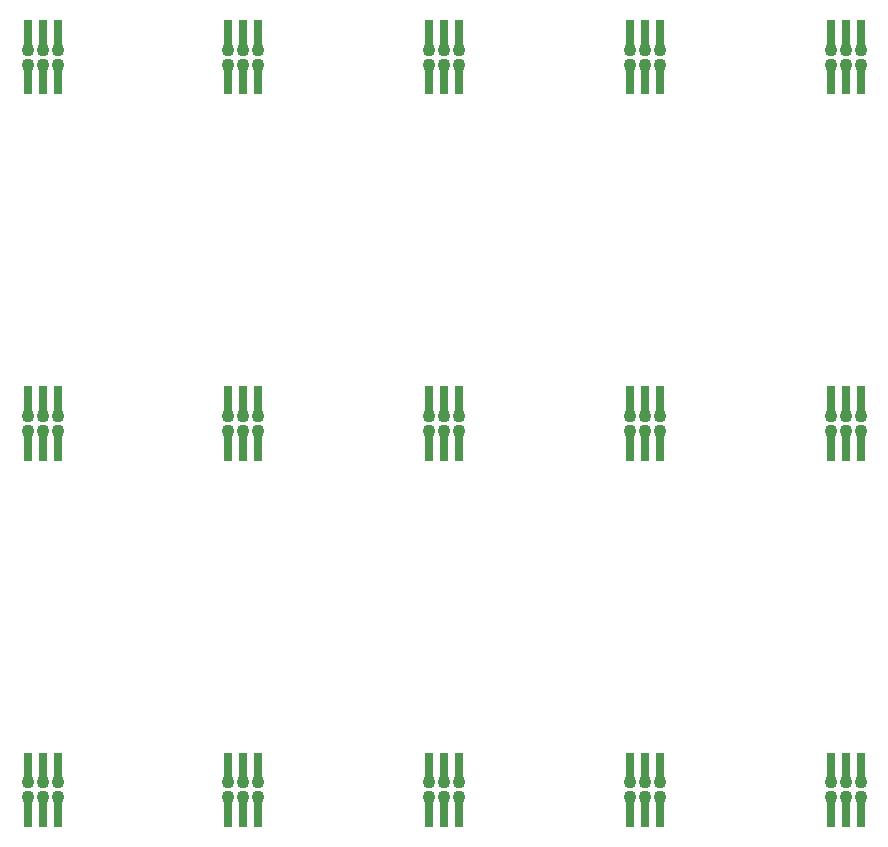
<source format=gbr>
%TF.GenerationSoftware,KiCad,Pcbnew,(7.0.0)*%
%TF.CreationDate,2023-03-26T22:08:02+02:00*%
%TF.ProjectId,PogoProbe 2030,506f676f-5072-46f6-9265-20323033302e,rev?*%
%TF.SameCoordinates,Original*%
%TF.FileFunction,Copper,L1,Top*%
%TF.FilePolarity,Positive*%
%FSLAX46Y46*%
G04 Gerber Fmt 4.6, Leading zero omitted, Abs format (unit mm)*
G04 Created by KiCad (PCBNEW (7.0.0)) date 2023-03-26 22:08:02*
%MOMM*%
%LPD*%
G01*
G04 APERTURE LIST*
%TA.AperFunction,ComponentPad*%
%ADD10C,1.100000*%
%TD*%
%TA.AperFunction,SMDPad,CuDef*%
%ADD11R,0.740000X2.400000*%
%TD*%
G04 APERTURE END LIST*
D10*
%TO.P,REF\u002A\u002A,1*%
%TO.N,N/C*%
X181270000Y-118685000D03*
%TO.P,REF\u002A\u002A,2*%
X181270000Y-117415000D03*
%TO.P,REF\u002A\u002A,3*%
X180000000Y-118685000D03*
%TO.P,REF\u002A\u002A,4*%
X180000000Y-117415000D03*
%TO.P,REF\u002A\u002A,5*%
X178730000Y-118685000D03*
%TO.P,REF\u002A\u002A,6*%
X178730000Y-117415000D03*
%TD*%
D11*
%TO.P,REF\u002A\u002A,1*%
%TO.N,N/C*%
X178729999Y-119999999D03*
%TO.P,REF\u002A\u002A,2*%
X178729999Y-116099999D03*
%TO.P,REF\u002A\u002A,3*%
X179999999Y-119999999D03*
%TO.P,REF\u002A\u002A,4*%
X179999999Y-116099999D03*
%TO.P,REF\u002A\u002A,5*%
X181269999Y-119999999D03*
%TO.P,REF\u002A\u002A,6*%
X181269999Y-116099999D03*
%TD*%
%TO.P,REF\u002A\u002A,1*%
%TO.N,N/C*%
X178729999Y-88999998D03*
%TO.P,REF\u002A\u002A,2*%
X178729999Y-85099998D03*
%TO.P,REF\u002A\u002A,3*%
X179999999Y-88999998D03*
%TO.P,REF\u002A\u002A,4*%
X179999999Y-85099998D03*
%TO.P,REF\u002A\u002A,5*%
X181269999Y-88999998D03*
%TO.P,REF\u002A\u002A,6*%
X181269999Y-85099998D03*
%TD*%
D10*
%TO.P,REF\u002A\u002A,1*%
%TO.N,N/C*%
X181270000Y-56684999D03*
%TO.P,REF\u002A\u002A,2*%
X181270000Y-55414999D03*
%TO.P,REF\u002A\u002A,3*%
X180000000Y-56684999D03*
%TO.P,REF\u002A\u002A,4*%
X180000000Y-55414999D03*
%TO.P,REF\u002A\u002A,5*%
X178730000Y-56684999D03*
%TO.P,REF\u002A\u002A,6*%
X178730000Y-55414999D03*
%TD*%
%TO.P,REF\u002A\u002A,1*%
%TO.N,N/C*%
X181270000Y-87684999D03*
%TO.P,REF\u002A\u002A,2*%
X181270000Y-86414999D03*
%TO.P,REF\u002A\u002A,3*%
X180000000Y-87684999D03*
%TO.P,REF\u002A\u002A,4*%
X180000000Y-86414999D03*
%TO.P,REF\u002A\u002A,5*%
X178730000Y-87684999D03*
%TO.P,REF\u002A\u002A,6*%
X178730000Y-86414999D03*
%TD*%
D11*
%TO.P,REF\u002A\u002A,1*%
%TO.N,N/C*%
X178729999Y-57999998D03*
%TO.P,REF\u002A\u002A,2*%
X178729999Y-54099998D03*
%TO.P,REF\u002A\u002A,3*%
X179999999Y-57999998D03*
%TO.P,REF\u002A\u002A,4*%
X179999999Y-54099998D03*
%TO.P,REF\u002A\u002A,5*%
X181269999Y-57999998D03*
%TO.P,REF\u002A\u002A,6*%
X181269999Y-54099998D03*
%TD*%
D10*
%TO.P,REF\u002A\u002A,1*%
%TO.N,N/C*%
X164270000Y-118685000D03*
%TO.P,REF\u002A\u002A,2*%
X164270000Y-117415000D03*
%TO.P,REF\u002A\u002A,3*%
X163000000Y-118685000D03*
%TO.P,REF\u002A\u002A,4*%
X163000000Y-117415000D03*
%TO.P,REF\u002A\u002A,5*%
X161730000Y-118685000D03*
%TO.P,REF\u002A\u002A,6*%
X161730000Y-117415000D03*
%TD*%
D11*
%TO.P,REF\u002A\u002A,1*%
%TO.N,N/C*%
X161729999Y-119999999D03*
%TO.P,REF\u002A\u002A,2*%
X161729999Y-116099999D03*
%TO.P,REF\u002A\u002A,3*%
X162999999Y-119999999D03*
%TO.P,REF\u002A\u002A,4*%
X162999999Y-116099999D03*
%TO.P,REF\u002A\u002A,5*%
X164269999Y-119999999D03*
%TO.P,REF\u002A\u002A,6*%
X164269999Y-116099999D03*
%TD*%
%TO.P,REF\u002A\u002A,1*%
%TO.N,N/C*%
X161729999Y-88999998D03*
%TO.P,REF\u002A\u002A,2*%
X161729999Y-85099998D03*
%TO.P,REF\u002A\u002A,3*%
X162999999Y-88999998D03*
%TO.P,REF\u002A\u002A,4*%
X162999999Y-85099998D03*
%TO.P,REF\u002A\u002A,5*%
X164269999Y-88999998D03*
%TO.P,REF\u002A\u002A,6*%
X164269999Y-85099998D03*
%TD*%
D10*
%TO.P,REF\u002A\u002A,1*%
%TO.N,N/C*%
X164270000Y-56684999D03*
%TO.P,REF\u002A\u002A,2*%
X164270000Y-55414999D03*
%TO.P,REF\u002A\u002A,3*%
X163000000Y-56684999D03*
%TO.P,REF\u002A\u002A,4*%
X163000000Y-55414999D03*
%TO.P,REF\u002A\u002A,5*%
X161730000Y-56684999D03*
%TO.P,REF\u002A\u002A,6*%
X161730000Y-55414999D03*
%TD*%
%TO.P,REF\u002A\u002A,1*%
%TO.N,N/C*%
X164270000Y-87684999D03*
%TO.P,REF\u002A\u002A,2*%
X164270000Y-86414999D03*
%TO.P,REF\u002A\u002A,3*%
X163000000Y-87684999D03*
%TO.P,REF\u002A\u002A,4*%
X163000000Y-86414999D03*
%TO.P,REF\u002A\u002A,5*%
X161730000Y-87684999D03*
%TO.P,REF\u002A\u002A,6*%
X161730000Y-86414999D03*
%TD*%
D11*
%TO.P,REF\u002A\u002A,1*%
%TO.N,N/C*%
X161729999Y-57999998D03*
%TO.P,REF\u002A\u002A,2*%
X161729999Y-54099998D03*
%TO.P,REF\u002A\u002A,3*%
X162999999Y-57999998D03*
%TO.P,REF\u002A\u002A,4*%
X162999999Y-54099998D03*
%TO.P,REF\u002A\u002A,5*%
X164269999Y-57999998D03*
%TO.P,REF\u002A\u002A,6*%
X164269999Y-54099998D03*
%TD*%
D10*
%TO.P,REF\u002A\u002A,1*%
%TO.N,N/C*%
X147270000Y-118685000D03*
%TO.P,REF\u002A\u002A,2*%
X147270000Y-117415000D03*
%TO.P,REF\u002A\u002A,3*%
X146000000Y-118685000D03*
%TO.P,REF\u002A\u002A,4*%
X146000000Y-117415000D03*
%TO.P,REF\u002A\u002A,5*%
X144730000Y-118685000D03*
%TO.P,REF\u002A\u002A,6*%
X144730000Y-117415000D03*
%TD*%
D11*
%TO.P,REF\u002A\u002A,1*%
%TO.N,N/C*%
X144729999Y-119999999D03*
%TO.P,REF\u002A\u002A,2*%
X144729999Y-116099999D03*
%TO.P,REF\u002A\u002A,3*%
X145999999Y-119999999D03*
%TO.P,REF\u002A\u002A,4*%
X145999999Y-116099999D03*
%TO.P,REF\u002A\u002A,5*%
X147269999Y-119999999D03*
%TO.P,REF\u002A\u002A,6*%
X147269999Y-116099999D03*
%TD*%
%TO.P,REF\u002A\u002A,1*%
%TO.N,N/C*%
X144729999Y-88999998D03*
%TO.P,REF\u002A\u002A,2*%
X144729999Y-85099998D03*
%TO.P,REF\u002A\u002A,3*%
X145999999Y-88999998D03*
%TO.P,REF\u002A\u002A,4*%
X145999999Y-85099998D03*
%TO.P,REF\u002A\u002A,5*%
X147269999Y-88999998D03*
%TO.P,REF\u002A\u002A,6*%
X147269999Y-85099998D03*
%TD*%
D10*
%TO.P,REF\u002A\u002A,1*%
%TO.N,N/C*%
X147270000Y-56684999D03*
%TO.P,REF\u002A\u002A,2*%
X147270000Y-55414999D03*
%TO.P,REF\u002A\u002A,3*%
X146000000Y-56684999D03*
%TO.P,REF\u002A\u002A,4*%
X146000000Y-55414999D03*
%TO.P,REF\u002A\u002A,5*%
X144730000Y-56684999D03*
%TO.P,REF\u002A\u002A,6*%
X144730000Y-55414999D03*
%TD*%
%TO.P,REF\u002A\u002A,1*%
%TO.N,N/C*%
X147270000Y-87684999D03*
%TO.P,REF\u002A\u002A,2*%
X147270000Y-86414999D03*
%TO.P,REF\u002A\u002A,3*%
X146000000Y-87684999D03*
%TO.P,REF\u002A\u002A,4*%
X146000000Y-86414999D03*
%TO.P,REF\u002A\u002A,5*%
X144730000Y-87684999D03*
%TO.P,REF\u002A\u002A,6*%
X144730000Y-86414999D03*
%TD*%
D11*
%TO.P,REF\u002A\u002A,1*%
%TO.N,N/C*%
X144729999Y-57999998D03*
%TO.P,REF\u002A\u002A,2*%
X144729999Y-54099998D03*
%TO.P,REF\u002A\u002A,3*%
X145999999Y-57999998D03*
%TO.P,REF\u002A\u002A,4*%
X145999999Y-54099998D03*
%TO.P,REF\u002A\u002A,5*%
X147269999Y-57999998D03*
%TO.P,REF\u002A\u002A,6*%
X147269999Y-54099998D03*
%TD*%
D10*
%TO.P,REF\u002A\u002A,1*%
%TO.N,N/C*%
X130270000Y-118685000D03*
%TO.P,REF\u002A\u002A,2*%
X130270000Y-117415000D03*
%TO.P,REF\u002A\u002A,3*%
X129000000Y-118685000D03*
%TO.P,REF\u002A\u002A,4*%
X129000000Y-117415000D03*
%TO.P,REF\u002A\u002A,5*%
X127730000Y-118685000D03*
%TO.P,REF\u002A\u002A,6*%
X127730000Y-117415000D03*
%TD*%
D11*
%TO.P,REF\u002A\u002A,1*%
%TO.N,N/C*%
X127729999Y-119999999D03*
%TO.P,REF\u002A\u002A,2*%
X127729999Y-116099999D03*
%TO.P,REF\u002A\u002A,3*%
X128999999Y-119999999D03*
%TO.P,REF\u002A\u002A,4*%
X128999999Y-116099999D03*
%TO.P,REF\u002A\u002A,5*%
X130269999Y-119999999D03*
%TO.P,REF\u002A\u002A,6*%
X130269999Y-116099999D03*
%TD*%
%TO.P,REF\u002A\u002A,1*%
%TO.N,N/C*%
X127729999Y-88999998D03*
%TO.P,REF\u002A\u002A,2*%
X127729999Y-85099998D03*
%TO.P,REF\u002A\u002A,3*%
X128999999Y-88999998D03*
%TO.P,REF\u002A\u002A,4*%
X128999999Y-85099998D03*
%TO.P,REF\u002A\u002A,5*%
X130269999Y-88999998D03*
%TO.P,REF\u002A\u002A,6*%
X130269999Y-85099998D03*
%TD*%
D10*
%TO.P,REF\u002A\u002A,1*%
%TO.N,N/C*%
X130270000Y-56684999D03*
%TO.P,REF\u002A\u002A,2*%
X130270000Y-55414999D03*
%TO.P,REF\u002A\u002A,3*%
X129000000Y-56684999D03*
%TO.P,REF\u002A\u002A,4*%
X129000000Y-55414999D03*
%TO.P,REF\u002A\u002A,5*%
X127730000Y-56684999D03*
%TO.P,REF\u002A\u002A,6*%
X127730000Y-55414999D03*
%TD*%
%TO.P,REF\u002A\u002A,1*%
%TO.N,N/C*%
X130270000Y-87684999D03*
%TO.P,REF\u002A\u002A,2*%
X130270000Y-86414999D03*
%TO.P,REF\u002A\u002A,3*%
X129000000Y-87684999D03*
%TO.P,REF\u002A\u002A,4*%
X129000000Y-86414999D03*
%TO.P,REF\u002A\u002A,5*%
X127730000Y-87684999D03*
%TO.P,REF\u002A\u002A,6*%
X127730000Y-86414999D03*
%TD*%
D11*
%TO.P,REF\u002A\u002A,1*%
%TO.N,N/C*%
X127729999Y-57999998D03*
%TO.P,REF\u002A\u002A,2*%
X127729999Y-54099998D03*
%TO.P,REF\u002A\u002A,3*%
X128999999Y-57999998D03*
%TO.P,REF\u002A\u002A,4*%
X128999999Y-54099998D03*
%TO.P,REF\u002A\u002A,5*%
X130269999Y-57999998D03*
%TO.P,REF\u002A\u002A,6*%
X130269999Y-54099998D03*
%TD*%
%TO.P,REF\u002A\u002A,6*%
%TO.N,N/C*%
X113269999Y-54099999D03*
%TO.P,REF\u002A\u002A,5*%
X113269999Y-57999999D03*
%TO.P,REF\u002A\u002A,4*%
X111999999Y-54099999D03*
%TO.P,REF\u002A\u002A,3*%
X111999999Y-57999999D03*
%TO.P,REF\u002A\u002A,2*%
X110729999Y-54099999D03*
%TO.P,REF\u002A\u002A,1*%
X110729999Y-57999999D03*
%TD*%
D10*
%TO.P,REF\u002A\u002A,6*%
%TO.N,N/C*%
X110730000Y-55415000D03*
%TO.P,REF\u002A\u002A,5*%
X110730000Y-56685000D03*
%TO.P,REF\u002A\u002A,4*%
X112000000Y-55415000D03*
%TO.P,REF\u002A\u002A,3*%
X112000000Y-56685000D03*
%TO.P,REF\u002A\u002A,2*%
X113270000Y-55415000D03*
%TO.P,REF\u002A\u002A,1*%
X113270000Y-56685000D03*
%TD*%
%TO.P,REF\u002A\u002A,6*%
%TO.N,N/C*%
X110730000Y-86415000D03*
%TO.P,REF\u002A\u002A,5*%
X110730000Y-87685000D03*
%TO.P,REF\u002A\u002A,4*%
X112000000Y-86415000D03*
%TO.P,REF\u002A\u002A,3*%
X112000000Y-87685000D03*
%TO.P,REF\u002A\u002A,2*%
X113270000Y-86415000D03*
%TO.P,REF\u002A\u002A,1*%
X113270000Y-87685000D03*
%TD*%
D11*
%TO.P,REF\u002A\u002A,6*%
%TO.N,N/C*%
X113269999Y-85099999D03*
%TO.P,REF\u002A\u002A,5*%
X113269999Y-88999999D03*
%TO.P,REF\u002A\u002A,4*%
X111999999Y-85099999D03*
%TO.P,REF\u002A\u002A,3*%
X111999999Y-88999999D03*
%TO.P,REF\u002A\u002A,2*%
X110729999Y-85099999D03*
%TO.P,REF\u002A\u002A,1*%
X110729999Y-88999999D03*
%TD*%
D10*
%TO.P,REF\u002A\u002A,1*%
%TO.N,N/C*%
X113270000Y-118685001D03*
%TO.P,REF\u002A\u002A,2*%
X113270000Y-117415001D03*
%TO.P,REF\u002A\u002A,3*%
X112000000Y-118685001D03*
%TO.P,REF\u002A\u002A,4*%
X112000000Y-117415001D03*
%TO.P,REF\u002A\u002A,5*%
X110730000Y-118685001D03*
%TO.P,REF\u002A\u002A,6*%
X110730000Y-117415001D03*
%TD*%
D11*
%TO.P,REF\u002A\u002A,1*%
%TO.N,N/C*%
X110729999Y-120000000D03*
%TO.P,REF\u002A\u002A,2*%
X110729999Y-116100000D03*
%TO.P,REF\u002A\u002A,3*%
X111999999Y-120000000D03*
%TO.P,REF\u002A\u002A,4*%
X111999999Y-116100000D03*
%TO.P,REF\u002A\u002A,5*%
X113269999Y-120000000D03*
%TO.P,REF\u002A\u002A,6*%
X113269999Y-116100000D03*
%TD*%
M02*

</source>
